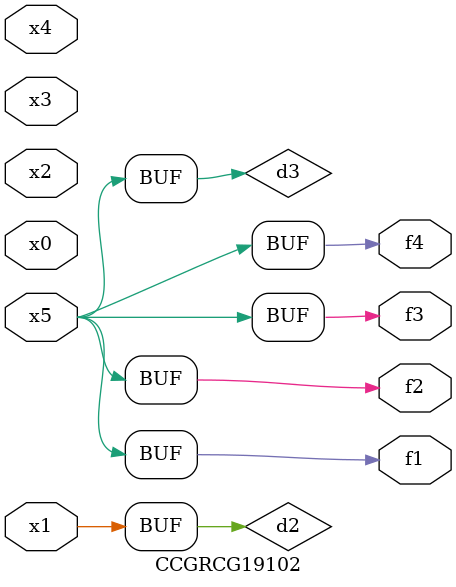
<source format=v>
module CCGRCG19102(
	input x0, x1, x2, x3, x4, x5,
	output f1, f2, f3, f4
);

	wire d1, d2, d3;

	not (d1, x5);
	or (d2, x1);
	xnor (d3, d1);
	assign f1 = d3;
	assign f2 = d3;
	assign f3 = d3;
	assign f4 = d3;
endmodule

</source>
